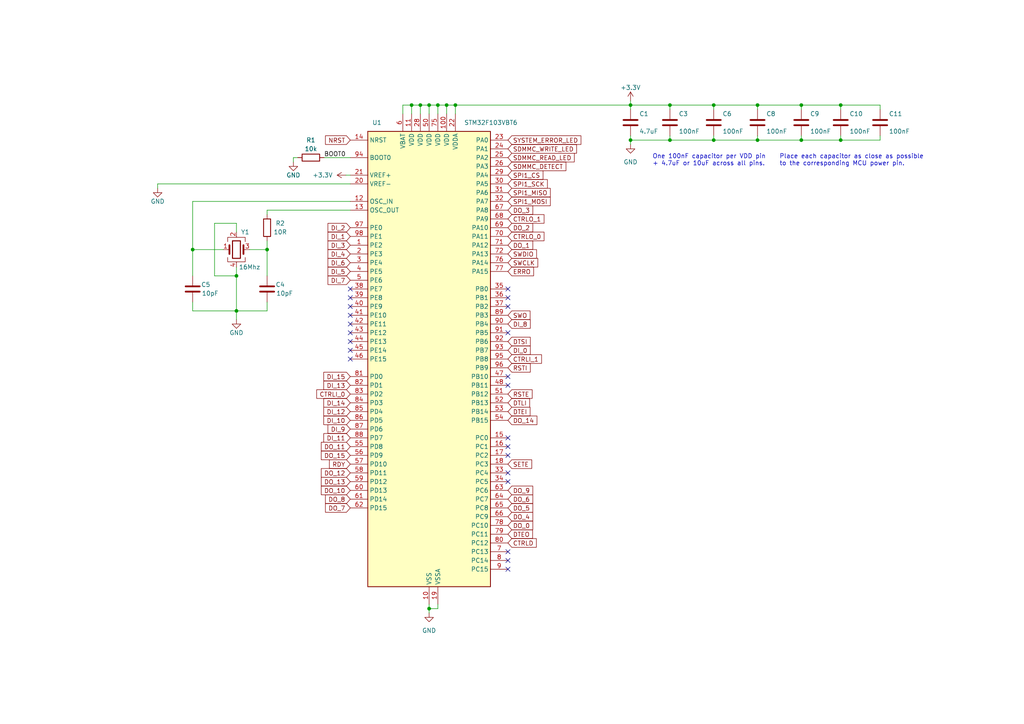
<source format=kicad_sch>
(kicad_sch (version 20230121) (generator eeschema)
  (paper "A4")
  (title_block (title "MCU") (date "2023-02-16") (rev "1") (company "Artem Korobko"))
  (lib_symbols
    (symbol "Device:C" (pin_numbers hide) (pin_names (offset 0.254))
      (property "Reference" "C" (at 0.635 2.54 0))
      (property "Value" "C" (at 0.635 -2.54 0))
      (symbol "C_0_1"
        (polyline (pts (xy -2.032 -0.762) (xy 2.032 -0.762)) (stroke (width 0.508)))
        (polyline (pts (xy -2.032 0.762) (xy 2.032 0.762)) (stroke (width 0.508)))
      )
      (symbol "C_1_1"
        (pin passive line (at 0 3.81 270) (length 2.794) (name "~") (number "1"))
        (pin passive line (at 0 -3.81 90) (length 2.794) (name "~") (number "2"))
      )
    )
    (symbol "Device:Crystal_GND24" (pin_names (offset 1.016) hide)
      (property "Reference" "Y" (at 3.175 5.08 0))
      (property "Value" "Crystal_GND24" (at 3.175 3.175 0))
      (symbol "Crystal_GND24_0_1"
        (rectangle (start -1.143 2.54) (end 1.143 -2.54) (stroke (width 0.3048)))
        (polyline (pts (xy -2.54 0) (xy -2.032 0)))
        (polyline (pts (xy -2.032 -1.27) (xy -2.032 1.27)) (stroke (width 0.508)))
        (polyline (pts (xy 0 -3.81) (xy 0 -3.556)))
        (polyline (pts (xy 0 3.556) (xy 0 3.81)))
        (polyline (pts (xy 2.032 -1.27) (xy 2.032 1.27)) (stroke (width 0.508)))
        (polyline (pts (xy 2.032 0) (xy 2.54 0)))
        (polyline (pts (xy -2.54 -2.286) (xy -2.54 -3.556) (xy 2.54 -3.556) (xy 2.54 -2.286)))
        (polyline (pts (xy -2.54 2.286) (xy -2.54 3.556) (xy 2.54 3.556) (xy 2.54 2.286)))
      )
      (symbol "Crystal_GND24_1_1"
        (pin passive line (at -3.81 0 0) (length 1.27) (name "1") (number "1"))
        (pin passive line (at 0 5.08 270) (length 1.27) (name "2") (number "2"))
        (pin passive line (at 3.81 0 180) (length 1.27) (name "3") (number "3"))
        (pin passive line (at 0 -5.08 90) (length 1.27) (name "4") (number "4"))
      )
    )
    (symbol "Device:R" (pin_numbers hide) (pin_names (offset 0))
      (property "Reference" "R" (at 2.032 0 90))
      (property "Value" "R" (at 0 0 90))
      (symbol "R_0_1"
        (rectangle (start -1.016 -2.54) (end 1.016 2.54) (stroke (width 0.254)))
      )
      (symbol "R_1_1"
        (pin passive line (at 0 3.81 270) (length 1.27) (name "~") (number "1"))
        (pin passive line (at 0 -3.81 90) (length 1.27) (name "~") (number "2"))
      )
    )
    (symbol "MCU_ST_STM32F1:STM32F103VBTx"
      (property "Reference" "U" (at -17.78 67.31 0))
      (property "Value" "STM32F103VBTx" (at 10.16 67.31 0))
      (symbol "STM32F103VBTx_0_1"
        (rectangle (start -17.78 -66.04) (end 17.78 66.04) (stroke (width 0.254)) (fill (type background)))
      )
      (symbol "STM32F103VBTx_1_1"
        (pin bidirectional line (at -22.86 33.02 0) (length 5.08) (name "PE2") (number "1"))
        (pin power_in line (at 0 -71.12 90) (length 5.08) (name "VSS") (number "10"))
        (pin power_in line (at 5.08 71.12 270) (length 5.08) (name "VDD") (number "100"))
        (pin power_in line (at -5.08 71.12 270) (length 5.08) (name "VDD") (number "11"))
        (pin input line (at -22.86 45.72 0) (length 5.08) (name "OSC_IN") (number "12"))
        (pin input line (at -22.86 43.18 0) (length 5.08) (name "OSC_OUT") (number "13"))
        (pin input line (at -22.86 63.5 0) (length 5.08) (name "NRST") (number "14"))
        (pin bidirectional line (at 22.86 -22.86 180) (length 5.08) (name "PC0") (number "15"))
        (pin bidirectional line (at 22.86 -25.4 180) (length 5.08) (name "PC1") (number "16"))
        (pin bidirectional line (at 22.86 -27.94 180) (length 5.08) (name "PC2") (number "17"))
        (pin bidirectional line (at 22.86 -30.48 180) (length 5.08) (name "PC3") (number "18"))
        (pin power_in line (at 2.54 -71.12 90) (length 5.08) (name "VSSA") (number "19"))
        (pin bidirectional line (at -22.86 30.48 0) (length 5.08) (name "PE3") (number "2"))
        (pin input line (at -22.86 50.8 0) (length 5.08) (name "VREF-") (number "20"))
        (pin input line (at -22.86 53.34 0) (length 5.08) (name "VREF+") (number "21"))
        (pin power_in line (at 7.62 71.12 270) (length 5.08) (name "VDDA") (number "22"))
        (pin bidirectional line (at 22.86 63.5 180) (length 5.08) (name "PA0") (number "23"))
        (pin bidirectional line (at 22.86 60.96 180) (length 5.08) (name "PA1") (number "24"))
        (pin bidirectional line (at 22.86 58.42 180) (length 5.08) (name "PA2") (number "25"))
        (pin bidirectional line (at 22.86 55.88 180) (length 5.08) (name "PA3") (number "26"))
        (pin passive line (at 0 -71.12 90) (length 5.08) hide (name "VSS") (number "27"))
        (pin power_in line (at -2.54 71.12 270) (length 5.08) (name "VDD") (number "28"))
        (pin bidirectional line (at 22.86 53.34 180) (length 5.08) (name "PA4") (number "29"))
        (pin bidirectional line (at -22.86 27.94 0) (length 5.08) (name "PE4") (number "3"))
        (pin bidirectional line (at 22.86 50.8 180) (length 5.08) (name "PA5") (number "30"))
        (pin bidirectional line (at 22.86 48.26 180) (length 5.08) (name "PA6") (number "31"))
        (pin bidirectional line (at 22.86 45.72 180) (length 5.08) (name "PA7") (number "32"))
        (pin bidirectional line (at 22.86 -33.02 180) (length 5.08) (name "PC4") (number "33"))
        (pin bidirectional line (at 22.86 -35.56 180) (length 5.08) (name "PC5") (number "34"))
        (pin bidirectional line (at 22.86 20.32 180) (length 5.08) (name "PB0") (number "35"))
        (pin bidirectional line (at 22.86 17.78 180) (length 5.08) (name "PB1") (number "36"))
        (pin bidirectional line (at 22.86 15.24 180) (length 5.08) (name "PB2") (number "37"))
        (pin bidirectional line (at -22.86 20.32 0) (length 5.08) (name "PE7") (number "38"))
        (pin bidirectional line (at -22.86 17.78 0) (length 5.08) (name "PE8") (number "39"))
        (pin bidirectional line (at -22.86 25.4 0) (length 5.08) (name "PE5") (number "4"))
        (pin bidirectional line (at -22.86 15.24 0) (length 5.08) (name "PE9") (number "40"))
        (pin bidirectional line (at -22.86 12.7 0) (length 5.08) (name "PE10") (number "41"))
        (pin bidirectional line (at -22.86 10.16 0) (length 5.08) (name "PE11") (number "42"))
        (pin bidirectional line (at -22.86 7.62 0) (length 5.08) (name "PE12") (number "43"))
        (pin bidirectional line (at -22.86 5.08 0) (length 5.08) (name "PE13") (number "44"))
        (pin bidirectional line (at -22.86 2.54 0) (length 5.08) (name "PE14") (number "45"))
        (pin bidirectional line (at -22.86 0 0) (length 5.08) (name "PE15") (number "46"))
        (pin bidirectional line (at 22.86 -5.08 180) (length 5.08) (name "PB10") (number "47"))
        (pin bidirectional line (at 22.86 -7.62 180) (length 5.08) (name "PB11") (number "48"))
        (pin passive line (at 0 -71.12 90) (length 5.08) hide (name "VSS") (number "49"))
        (pin bidirectional line (at -22.86 22.86 0) (length 5.08) (name "PE6") (number "5"))
        (pin power_in line (at 0 71.12 270) (length 5.08) (name "VDD") (number "50"))
        (pin bidirectional line (at 22.86 -10.16 180) (length 5.08) (name "PB12") (number "51"))
        (pin bidirectional line (at 22.86 -12.7 180) (length 5.08) (name "PB13") (number "52"))
        (pin bidirectional line (at 22.86 -15.24 180) (length 5.08) (name "PB14") (number "53"))
        (pin bidirectional line (at 22.86 -17.78 180) (length 5.08) (name "PB15") (number "54"))
        (pin bidirectional line (at -22.86 -25.4 0) (length 5.08) (name "PD8") (number "55"))
        (pin bidirectional line (at -22.86 -27.94 0) (length 5.08) (name "PD9") (number "56"))
        (pin bidirectional line (at -22.86 -30.48 0) (length 5.08) (name "PD10") (number "57"))
        (pin bidirectional line (at -22.86 -33.02 0) (length 5.08) (name "PD11") (number "58"))
        (pin bidirectional line (at -22.86 -35.56 0) (length 5.08) (name "PD12") (number "59"))
        (pin power_in line (at -7.62 71.12 270) (length 5.08) (name "VBAT") (number "6"))
        (pin bidirectional line (at -22.86 -38.1 0) (length 5.08) (name "PD13") (number "60"))
        (pin bidirectional line (at -22.86 -40.64 0) (length 5.08) (name "PD14") (number "61"))
        (pin bidirectional line (at -22.86 -43.18 0) (length 5.08) (name "PD15") (number "62"))
        (pin bidirectional line (at 22.86 -38.1 180) (length 5.08) (name "PC6") (number "63"))
        (pin bidirectional line (at 22.86 -40.64 180) (length 5.08) (name "PC7") (number "64"))
        (pin bidirectional line (at 22.86 -43.18 180) (length 5.08) (name "PC8") (number "65"))
        (pin bidirectional line (at 22.86 -45.72 180) (length 5.08) (name "PC9") (number "66"))
        (pin bidirectional line (at 22.86 43.18 180) (length 5.08) (name "PA8") (number "67"))
        (pin bidirectional line (at 22.86 40.64 180) (length 5.08) (name "PA9") (number "68"))
        (pin bidirectional line (at 22.86 38.1 180) (length 5.08) (name "PA10") (number "69"))
        (pin bidirectional line (at 22.86 -55.88 180) (length 5.08) (name "PC13") (number "7"))
        (pin bidirectional line (at 22.86 35.56 180) (length 5.08) (name "PA11") (number "70"))
        (pin bidirectional line (at 22.86 33.02 180) (length 5.08) (name "PA12") (number "71"))
        (pin bidirectional line (at 22.86 30.48 180) (length 5.08) (name "PA13") (number "72"))
        (pin no_connect line (at -17.78 -66.04 0) (length 5.08) hide (name "NC") (number "73"))
        (pin passive line (at 0 -71.12 90) (length 5.08) hide (name "VSS") (number "74"))
        (pin power_in line (at 2.54 71.12 270) (length 5.08) (name "VDD") (number "75"))
        (pin bidirectional line (at 22.86 27.94 180) (length 5.08) (name "PA14") (number "76"))
        (pin bidirectional line (at 22.86 25.4 180) (length 5.08) (name "PA15") (number "77"))
        (pin bidirectional line (at 22.86 -48.26 180) (length 5.08) (name "PC10") (number "78"))
        (pin bidirectional line (at 22.86 -50.8 180) (length 5.08) (name "PC11") (number "79"))
        (pin bidirectional line (at 22.86 -58.42 180) (length 5.08) (name "PC14") (number "8"))
        (pin bidirectional line (at 22.86 -53.34 180) (length 5.08) (name "PC12") (number "80"))
        (pin bidirectional line (at -22.86 -5.08 0) (length 5.08) (name "PD0") (number "81"))
        (pin bidirectional line (at -22.86 -7.62 0) (length 5.08) (name "PD1") (number "82"))
        (pin bidirectional line (at -22.86 -10.16 0) (length 5.08) (name "PD2") (number "83"))
        (pin bidirectional line (at -22.86 -12.7 0) (length 5.08) (name "PD3") (number "84"))
        (pin bidirectional line (at -22.86 -15.24 0) (length 5.08) (name "PD4") (number "85"))
        (pin bidirectional line (at -22.86 -17.78 0) (length 5.08) (name "PD5") (number "86"))
        (pin bidirectional line (at -22.86 -20.32 0) (length 5.08) (name "PD6") (number "87"))
        (pin bidirectional line (at -22.86 -22.86 0) (length 5.08) (name "PD7") (number "88"))
        (pin bidirectional line (at 22.86 12.7 180) (length 5.08) (name "PB3") (number "89"))
        (pin bidirectional line (at 22.86 -60.96 180) (length 5.08) (name "PC15") (number "9"))
        (pin bidirectional line (at 22.86 10.16 180) (length 5.08) (name "PB4") (number "90"))
        (pin bidirectional line (at 22.86 7.62 180) (length 5.08) (name "PB5") (number "91"))
        (pin bidirectional line (at 22.86 5.08 180) (length 5.08) (name "PB6") (number "92"))
        (pin bidirectional line (at 22.86 2.54 180) (length 5.08) (name "PB7") (number "93"))
        (pin input line (at -22.86 58.42 0) (length 5.08) (name "BOOT0") (number "94"))
        (pin bidirectional line (at 22.86 0 180) (length 5.08) (name "PB8") (number "95"))
        (pin bidirectional line (at 22.86 -2.54 180) (length 5.08) (name "PB9") (number "96"))
        (pin bidirectional line (at -22.86 38.1 0) (length 5.08) (name "PE0") (number "97"))
        (pin bidirectional line (at -22.86 35.56 0) (length 5.08) (name "PE1") (number "98"))
        (pin passive line (at 0 -71.12 90) (length 5.08) hide (name "VSS") (number "99"))
      )
    )
    (symbol "power:+3.3V" (power) (pin_names (offset 0))
      (property "Value" "+3.3V" (at 0 3.556 0))
      (symbol "+3.3V_0_1"
        (polyline (pts (xy -0.762 1.27) (xy 0 2.54)))
        (polyline (pts (xy 0 0) (xy 0 2.54)))
        (polyline (pts (xy 0 2.54) (xy 0.762 1.27)))
      )
      (symbol "+3.3V_1_1"
        (pin power_in line (at 0 0 90) (length 0) hide (name "+3.3V") (number "1"))
      )
    )
    (symbol "power:GND" (power) (pin_names (offset 0))
      (property "Value" "GND" (at 0 -3.81 0))
      (symbol "GND_0_1"
        (polyline (pts (xy 0 0) (xy 0 -1.27) (xy 1.27 -1.27) (xy 0 -2.54) (xy -1.27 -1.27) (xy 0 -1.27)))
      )
      (symbol "GND_1_1"
        (pin power_in line (at 0 0 270) (length 0) hide (name "GND") (number "1"))
      )
    )
  )
  (junction (at 194.31 30.48))
  (junction (at 129.54 30.48))
  (junction (at 124.46 30.48))
  (junction (at 243.84 30.48))
  (junction (at 243.84 40.64))
  (junction (at 68.58 90.17))
  (junction (at 68.58 80.01))
  (junction (at 232.41 30.48))
  (junction (at 194.31 40.64))
  (junction (at 219.71 30.48))
  (junction (at 127 30.48))
  (junction (at 132.08 30.48))
  (junction (at 182.88 40.64))
  (junction (at 207.01 40.64))
  (junction (at 232.41 40.64))
  (junction (at 55.88 72.39))
  (junction (at 124.46 176.53))
  (junction (at 207.01 30.48))
  (junction (at 77.47 72.39))
  (junction (at 121.92 30.48))
  (junction (at 182.88 30.48))
  (junction (at 119.38 30.48))
  (junction (at 219.71 40.64))
  (no_connect (at 147.32 109.22))
  (no_connect (at 147.32 96.52))
  (no_connect (at 147.32 86.36))
  (no_connect (at 147.32 88.9))
  (no_connect (at 147.32 165.1))
  (no_connect (at 101.6 99.06))
  (no_connect (at 101.6 104.14))
  (no_connect (at 147.32 111.76))
  (no_connect (at 147.32 139.7))
  (no_connect (at 147.32 83.82))
  (no_connect (at 101.6 88.9))
  (no_connect (at 101.6 91.44))
  (no_connect (at 147.32 127))
  (no_connect (at 147.32 132.08))
  (no_connect (at 147.32 129.54))
  (no_connect (at 101.6 83.82))
  (no_connect (at 101.6 101.6))
  (no_connect (at 101.6 86.36))
  (no_connect (at 101.6 96.52))
  (no_connect (at 101.6 93.98))
  (no_connect (at 147.32 137.16))
  (no_connect (at 147.32 162.56))
  (no_connect (at 147.32 160.02))
  (wire (pts (xy 55.88 87.63) (xy 55.88 90.17)))
  (wire (pts (xy 219.71 39.37) (xy 219.71 40.64)))
  (wire (pts (xy 255.27 39.37) (xy 255.27 40.64)))
  (wire (pts (xy 77.47 87.63) (xy 77.47 90.17)))
  (wire (pts (xy 243.84 30.48) (xy 255.27 30.48)))
  (wire (pts (xy 119.38 30.48) (xy 119.38 33.02)))
  (wire (pts (xy 243.84 31.75) (xy 243.84 30.48)))
  (wire (pts (xy 77.47 69.85) (xy 77.47 72.39)))
  (wire (pts (xy 243.84 39.37) (xy 243.84 40.64)))
  (wire (pts (xy 127 30.48) (xy 127 33.02)))
  (wire (pts (xy 182.88 39.37) (xy 182.88 40.64)))
  (wire (pts (xy 124.46 30.48) (xy 124.46 33.02)))
  (wire (pts (xy 182.88 29.21) (xy 182.88 30.48)))
  (wire (pts (xy 68.58 90.17) (xy 77.47 90.17)))
  (wire (pts (xy 182.88 30.48) (xy 194.31 30.48)))
  (wire (pts (xy 127 30.48) (xy 129.54 30.48)))
  (wire (pts (xy 219.71 30.48) (xy 219.71 31.75)))
  (wire (pts (xy 68.58 80.01) (xy 68.58 90.17)))
  (wire (pts (xy 182.88 40.64) (xy 182.88 41.91)))
  (wire (pts (xy 55.88 72.39) (xy 64.77 72.39)))
  (wire (pts (xy 255.27 30.48) (xy 255.27 31.75)))
  (wire (pts (xy 132.08 30.48) (xy 182.88 30.48)))
  (wire (pts (xy 194.31 39.37) (xy 194.31 40.64)))
  (wire (pts (xy 45.72 53.34) (xy 45.72 54.61)))
  (wire (pts (xy 85.09 45.72) (xy 85.09 46.99)))
  (wire (pts (xy 68.58 90.17) (xy 68.58 92.71)))
  (wire (pts (xy 77.47 60.96) (xy 101.6 60.96)))
  (wire (pts (xy 132.08 30.48) (xy 129.54 30.48)))
  (wire (pts (xy 124.46 30.48) (xy 127 30.48)))
  (wire (pts (xy 86.36 45.72) (xy 85.09 45.72)))
  (wire (pts (xy 232.41 39.37) (xy 232.41 40.64)))
  (wire (pts (xy 62.23 80.01) (xy 68.58 80.01)))
  (wire (pts (xy 207.01 39.37) (xy 207.01 40.64)))
  (wire (pts (xy 93.98 45.72) (xy 101.6 45.72)))
  (wire (pts (xy 132.08 33.02) (xy 132.08 30.48)))
  (wire (pts (xy 116.84 30.48) (xy 116.84 33.02)))
  (wire (pts (xy 116.84 30.48) (xy 119.38 30.48)))
  (wire (pts (xy 72.39 72.39) (xy 77.47 72.39)))
  (wire (pts (xy 101.6 58.42) (xy 55.88 58.42)))
  (wire (pts (xy 119.38 30.48) (xy 121.92 30.48)))
  (wire (pts (xy 68.58 64.77) (xy 68.58 67.31)))
  (wire (pts (xy 124.46 175.26) (xy 124.46 176.53)))
  (wire (pts (xy 243.84 40.64) (xy 255.27 40.64)))
  (wire (pts (xy 101.6 53.34) (xy 45.72 53.34)))
  (wire (pts (xy 182.88 30.48) (xy 182.88 31.75)))
  (wire (pts (xy 55.88 58.42) (xy 55.88 72.39)))
  (wire (pts (xy 55.88 72.39) (xy 55.88 80.01)))
  (wire (pts (xy 219.71 30.48) (xy 207.01 30.48)))
  (wire (pts (xy 129.54 33.02) (xy 129.54 30.48)))
  (wire (pts (xy 232.41 30.48) (xy 243.84 30.48)))
  (wire (pts (xy 207.01 40.64) (xy 219.71 40.64)))
  (wire (pts (xy 121.92 30.48) (xy 121.92 33.02)))
  (wire (pts (xy 219.71 40.64) (xy 232.41 40.64)))
  (wire (pts (xy 68.58 77.47) (xy 68.58 80.01)))
  (wire (pts (xy 62.23 64.77) (xy 62.23 80.01)))
  (wire (pts (xy 127 175.26) (xy 127 176.53)))
  (wire (pts (xy 232.41 40.64) (xy 243.84 40.64)))
  (wire (pts (xy 207.01 30.48) (xy 194.31 30.48)))
  (wire (pts (xy 194.31 30.48) (xy 194.31 31.75)))
  (wire (pts (xy 182.88 40.64) (xy 194.31 40.64)))
  (wire (pts (xy 77.47 72.39) (xy 77.47 80.01)))
  (wire (pts (xy 121.92 30.48) (xy 124.46 30.48)))
  (wire (pts (xy 55.88 90.17) (xy 68.58 90.17)))
  (wire (pts (xy 207.01 30.48) (xy 207.01 31.75)))
  (wire (pts (xy 232.41 30.48) (xy 219.71 30.48)))
  (wire (pts (xy 62.23 64.77) (xy 68.58 64.77)))
  (wire (pts (xy 124.46 176.53) (xy 127 176.53)))
  (wire (pts (xy 77.47 60.96) (xy 77.47 62.23)))
  (wire (pts (xy 232.41 30.48) (xy 232.41 31.75)))
  (wire (pts (xy 101.6 50.8) (xy 100.33 50.8)))
  (wire (pts (xy 124.46 176.53) (xy 124.46 177.8)))
  (wire (pts (xy 194.31 40.64) (xy 207.01 40.64)))
  (text "One 100nF capacitor per VDD pin\n+ 4.7uF or 10uF across all pins." (at 189.23 48.26 0) (effects (font (size 1.27 1.27)) (justify left bottom)))
  (text "Place each capacitor as close as possible\nto the corresponding MCU power pin." (at 226.06 48.26 0) (effects (font (size 1.27 1.27)) (justify left bottom)))
  (label "BOOT0" (at 93.98 45.72 0))
  (global_label "DO_13" (shape input) (at 101.6 139.7 180) (property "Intersheetrefs" "${INTERSHEET_REFS}" (effects hide)))
  (global_label "SPI1_MOSI" (shape input) (at 147.32 58.42 0) (property "Intersheetrefs" "${INTERSHEET_REFS}" (effects hide)))
  (global_label "DO_9" (shape input) (at 147.32 142.24 0) (property "Intersheetrefs" "${INTERSHEET_REFS}" (effects hide)))
  (global_label "DTSI" (shape input) (at 147.32 99.06 0) (property "Intersheetrefs" "${INTERSHEET_REFS}" (effects hide)))
  (global_label "DI_7" (shape input) (at 101.6 81.28 180) (property "Intersheetrefs" "${INTERSHEET_REFS}" (effects hide)))
  (global_label "CTRLO_1" (shape input) (at 147.32 63.5 0) (property "Intersheetrefs" "${INTERSHEET_REFS}" (effects hide)))
  (global_label "DTEO" (shape input) (at 147.32 154.94 0) (property "Intersheetrefs" "${INTERSHEET_REFS}" (effects hide)))
  (global_label "DI_4" (shape input) (at 101.6 73.66 180) (property "Intersheetrefs" "${INTERSHEET_REFS}" (effects hide)))
  (global_label "DO_3" (shape input) (at 147.32 60.96 0) (property "Intersheetrefs" "${INTERSHEET_REFS}" (effects hide)))
  (global_label "CTRLI_1" (shape input) (at 147.32 104.14 0) (property "Intersheetrefs" "${INTERSHEET_REFS}" (effects hide)))
  (global_label "CTRLI_0" (shape input) (at 101.6 114.3 180) (property "Intersheetrefs" "${INTERSHEET_REFS}" (effects hide)))
  (global_label "DI_15" (shape input) (at 101.6 109.22 180) (property "Intersheetrefs" "${INTERSHEET_REFS}" (effects hide)))
  (global_label "DO_15" (shape input) (at 101.6 132.08 180) (property "Intersheetrefs" "${INTERSHEET_REFS}" (effects hide)))
  (global_label "DI_5" (shape input) (at 101.6 78.74 180) (property "Intersheetrefs" "${INTERSHEET_REFS}" (effects hide)))
  (global_label "NRST" (shape input) (at 101.6 40.64 180) (property "Intersheetrefs" "${INTERSHEET_REFS}" (effects hide)))
  (global_label "DI_1" (shape input) (at 101.6 68.58 180) (property "Intersheetrefs" "${INTERSHEET_REFS}" (effects hide)))
  (global_label "SDMMC_WRITE_LED" (shape input) (at 147.32 43.18 0) (property "Intersheetrefs" "${INTERSHEET_REFS}" (effects hide)))
  (global_label "DI_13" (shape input) (at 101.6 111.76 180) (property "Intersheetrefs" "${INTERSHEET_REFS}" (effects hide)))
  (global_label "SWO" (shape input) (at 147.32 91.44 0) (property "Intersheetrefs" "${INTERSHEET_REFS}" (effects hide)))
  (global_label "SWDIO" (shape input) (at 147.32 73.66 0) (property "Intersheetrefs" "${INTERSHEET_REFS}" (effects hide)))
  (global_label "DI_6" (shape input) (at 101.6 76.2 180) (property "Intersheetrefs" "${INTERSHEET_REFS}" (effects hide)))
  (global_label "SDMMC_READ_LED" (shape input) (at 147.32 45.72 0) (property "Intersheetrefs" "${INTERSHEET_REFS}" (effects hide)))
  (global_label "SETE" (shape input) (at 147.32 134.62 0) (property "Intersheetrefs" "${INTERSHEET_REFS}" (effects hide)))
  (global_label "DI_2" (shape input) (at 101.6 66.04 180) (property "Intersheetrefs" "${INTERSHEET_REFS}" (effects hide)))
  (global_label "DO_11" (shape input) (at 101.6 129.54 180) (property "Intersheetrefs" "${INTERSHEET_REFS}" (effects hide)))
  (global_label "DTLI" (shape input) (at 147.32 116.84 0) (property "Intersheetrefs" "${INTERSHEET_REFS}" (effects hide)))
  (global_label "RDY" (shape input) (at 101.6 134.62 180) (property "Intersheetrefs" "${INTERSHEET_REFS}" (effects hide)))
  (global_label "SDMMC_DETECT" (shape input) (at 147.32 48.26 0) (property "Intersheetrefs" "${INTERSHEET_REFS}" (effects hide)))
  (global_label "DTEI" (shape input) (at 147.32 119.38 0) (property "Intersheetrefs" "${INTERSHEET_REFS}" (effects hide)))
  (global_label "DO_12" (shape input) (at 101.6 137.16 180) (property "Intersheetrefs" "${INTERSHEET_REFS}" (effects hide)))
  (global_label "DO_7" (shape input) (at 101.6 147.32 180) (property "Intersheetrefs" "${INTERSHEET_REFS}" (effects hide)))
  (global_label "CTRLD" (shape input) (at 147.32 157.48 0) (property "Intersheetrefs" "${INTERSHEET_REFS}" (effects hide)))
  (global_label "DI_3" (shape input) (at 101.6 71.12 180) (property "Intersheetrefs" "${INTERSHEET_REFS}" (effects hide)))
  (global_label "RSTE" (shape input) (at 147.32 114.3 0) (property "Intersheetrefs" "${INTERSHEET_REFS}" (effects hide)))
  (global_label "DI_9" (shape input) (at 101.6 124.46 180) (property "Intersheetrefs" "${INTERSHEET_REFS}" (effects hide)))
  (global_label "RSTI" (shape input) (at 147.32 106.68 0) (property "Intersheetrefs" "${INTERSHEET_REFS}" (effects hide)))
  (global_label "DI_8" (shape input) (at 147.32 93.98 0) (property "Intersheetrefs" "${INTERSHEET_REFS}" (effects hide)))
  (global_label "SYSTEM_ERROR_LED" (shape input) (at 147.32 40.64 0) (property "Intersheetrefs" "${INTERSHEET_REFS}" (effects hide)))
  (global_label "SPI1_SCK" (shape input) (at 147.32 53.34 0) (property "Intersheetrefs" "${INTERSHEET_REFS}" (effects hide)))
  (global_label "ERRO" (shape input) (at 147.32 78.74 0) (property "Intersheetrefs" "${INTERSHEET_REFS}" (effects hide)))
  (global_label "DO_1" (shape input) (at 147.32 71.12 0) (property "Intersheetrefs" "${INTERSHEET_REFS}" (effects hide)))
  (global_label "DO_5" (shape input) (at 147.32 147.32 0) (property "Intersheetrefs" "${INTERSHEET_REFS}" (effects hide)))
  (global_label "DO_4" (shape input) (at 147.32 149.86 0) (property "Intersheetrefs" "${INTERSHEET_REFS}" (effects hide)))
  (global_label "CTRLO_0" (shape input) (at 147.32 68.58 0) (property "Intersheetrefs" "${INTERSHEET_REFS}" (effects hide)))
  (global_label "DO_10" (shape input) (at 101.6 142.24 180) (property "Intersheetrefs" "${INTERSHEET_REFS}" (effects hide)))
  (global_label "DI_0" (shape input) (at 147.32 101.6 0) (property "Intersheetrefs" "${INTERSHEET_REFS}" (effects hide)))
  (global_label "DI_10" (shape input) (at 101.6 121.92 180) (property "Intersheetrefs" "${INTERSHEET_REFS}" (effects hide)))
  (global_label "SWCLK" (shape input) (at 147.32 76.2 0) (property "Intersheetrefs" "${INTERSHEET_REFS}" (effects hide)))
  (global_label "DO_6" (shape input) (at 147.32 144.78 0) (property "Intersheetrefs" "${INTERSHEET_REFS}" (effects hide)))
  (global_label "SPI1_MISO" (shape input) (at 147.32 55.88 0) (property "Intersheetrefs" "${INTERSHEET_REFS}" (effects hide)))
  (global_label "DI_14" (shape input) (at 101.6 116.84 180) (property "Intersheetrefs" "${INTERSHEET_REFS}" (effects hide)))
  (global_label "DI_11" (shape input) (at 101.6 127 180) (property "Intersheetrefs" "${INTERSHEET_REFS}" (effects hide)))
  (global_label "SPI1_CS" (shape input) (at 147.32 50.8 0) (property "Intersheetrefs" "${INTERSHEET_REFS}" (effects hide)))
  (global_label "DO_0" (shape input) (at 147.32 152.4 0) (property "Intersheetrefs" "${INTERSHEET_REFS}" (effects hide)))
  (global_label "DI_12" (shape input) (at 101.6 119.38 180) (property "Intersheetrefs" "${INTERSHEET_REFS}" (effects hide)))
  (global_label "DO_2" (shape input) (at 147.32 66.04 0) (property "Intersheetrefs" "${INTERSHEET_REFS}" (effects hide)))
  (global_label "DO_14" (shape input) (at 147.32 121.92 0) (property "Intersheetrefs" "${INTERSHEET_REFS}" (effects hide)))
  (global_label "DO_8" (shape input) (at 101.6 144.78 180) (property "Intersheetrefs" "${INTERSHEET_REFS}" (effects hide)))
  (symbol (lib_id "power:+3.3V") (at 100.33 50.8 90) (unit 1)
    (property "Reference" "#PWR03" (effects hide))
    (property "Value" "+3.3V" (at 96.52 50.8 90) (effects (justify left)))
  )
  (symbol (lib_id "power:GND") (at 85.09 46.99 0) (unit 1)
    (property "Reference" "#PWR01" (effects hide))
    (property "Value" "GND" (at 85.09 50.8 0))
  )
  (symbol (lib_id "Device:C") (at 182.88 35.56 0) (unit 1)
    (property "Reference" "C1" (at 185.42 33.02 0) (effects (justify left)))
    (property "Value" "4.7uF" (at 185.42 38.1 0) (effects (justify left)))
    (property "Footprint" "Capacitor_SMD:C_0603_1608Metric" (effects hide))
  )
  (symbol (lib_id "Device:C") (at 77.47 83.82 0) (mirror y) (unit 1)
    (property "Reference" "C4" (at 81.28 82.55 0))
    (property "Value" "10pF" (at 82.55 85.09 0))
    (property "Footprint" "Capacitor_SMD:C_0603_1608Metric" (effects hide))
  )
  (symbol (lib_id "power:GND") (at 45.72 54.61 0) (unit 1)
    (property "Reference" "#PWR02" (effects hide))
    (property "Value" "GND" (at 45.72 58.42 0))
  )
  (symbol (lib_id "Device:Crystal_GND24") (at 68.58 72.39 0) (unit 1)
    (property "Reference" "Y1" (at 71.12 67.31 0))
    (property "Value" "16Mhz" (at 72.39 77.47 0))
    (property "Footprint" "Crystal:Crystal_SMD_3225-4Pin_3.2x2.5mm" (effects hide))
  )
  (symbol (lib_id "Device:C") (at 243.84 35.56 0) (unit 1)
    (property "Reference" "C10" (at 246.38 33.02 0) (effects (justify left)))
    (property "Value" "100nF" (at 246.38 38.1 0) (effects (justify left)))
    (property "Footprint" "Capacitor_SMD:C_0603_1608Metric" (effects hide))
  )
  (symbol (lib_id "Device:C") (at 232.41 35.56 0) (unit 1)
    (property "Reference" "C9" (at 234.95 33.02 0) (effects (justify left)))
    (property "Value" "100nF" (at 234.95 38.1 0) (effects (justify left)))
    (property "Footprint" "Capacitor_SMD:C_0603_1608Metric" (effects hide))
  )
  (symbol (lib_id "power:+3.3V") (at 182.88 29.21 0) (unit 1)
    (property "Reference" "#PWR07" (effects hide))
    (property "Value" "+3.3V" (at 182.88 25.4 0))
  )
  (symbol (lib_id "power:GND") (at 182.88 41.91 0) (unit 1)
    (property "Reference" "#PWR08" (effects hide))
    (property "Value" "GND" (at 182.88 46.99 0))
  )
  (symbol (lib_id "MCU_ST_STM32F1:STM32F103VBTx") (at 124.46 104.14 0) (unit 1)
    (property "Reference" "U1" (at 107.95 35.56 0) (effects (justify left)))
    (property "Value" "STM32F103VBT6" (at 134.62 35.56 0) (effects (justify left)))
    (property "Footprint" "Package_QFP:LQFP-100_14x14mm_P0.5mm" (effects hide))
    (property "Datasheet" "https://www.st.com/resource/en/datasheet/stm32f103vb.pdf" (effects hide))
  )
  (symbol (lib_id "Device:R") (at 77.47 66.04 180) (unit 1)
    (property "Reference" "R2" (at 81.28 64.77 0))
    (property "Value" "10R" (at 81.28 67.31 0))
    (property "Footprint" "Resistor_SMD:R_0603_1608Metric" (effects hide))
  )
  (symbol (lib_id "Device:C") (at 255.27 35.56 0) (unit 1)
    (property "Reference" "C11" (at 257.81 33.02 0) (effects (justify left)))
    (property "Value" "100nF" (at 257.81 38.1 0) (effects (justify left)))
    (property "Footprint" "Capacitor_SMD:C_0603_1608Metric" (effects hide))
  )
  (symbol (lib_id "Device:C") (at 194.31 35.56 0) (unit 1)
    (property "Reference" "C3" (at 196.85 33.02 0) (effects (justify left)))
    (property "Value" "100nF" (at 196.85 38.1 0) (effects (justify left)))
    (property "Footprint" "Capacitor_SMD:C_0603_1608Metric" (effects hide))
  )
  (symbol (lib_id "Device:C") (at 219.71 35.56 0) (unit 1)
    (property "Reference" "C8" (at 222.25 33.02 0) (effects (justify left)))
    (property "Value" "100nF" (at 222.25 38.1 0) (effects (justify left)))
    (property "Footprint" "Capacitor_SMD:C_0603_1608Metric" (effects hide))
  )
  (symbol (lib_id "Device:R") (at 90.17 45.72 90) (unit 1)
    (property "Reference" "R1" (at 90.17 40.64 90))
    (property "Value" "10k" (at 90.17 43.18 90))
    (property "Footprint" "Resistor_SMD:R_0603_1608Metric" (effects hide))
  )
  (symbol (lib_id "power:GND") (at 68.58 92.71 0) (unit 1)
    (property "Reference" "#PWR012" (effects hide))
    (property "Value" "GND" (at 68.58 96.52 0))
    (instances (project "schematics" (path "" (reference "#PWR012") (unit 1)) (path "" (reference "#PWR010") (unit 1)) (path "" (reference "#PWR010") (unit 1))))
  )
  (symbol (lib_id "power:GND") (at 124.46 177.8 0) (unit 1)
    (property "Reference" "#PWR05" (effects hide))
    (property "Value" "GND" (at 124.46 182.88 0))
  )
  (symbol (lib_id "Device:C") (at 207.01 35.56 0) (unit 1)
    (property "Reference" "C6" (at 209.55 33.02 0) (effects (justify left)))
    (property "Value" "100nF" (at 209.55 38.1 0) (effects (justify left)))
    (property "Footprint" "Capacitor_SMD:C_0603_1608Metric" (effects hide))
  )
  (symbol (lib_id "Device:C") (at 55.88 83.82 0) (unit 1)
    (property "Reference" "C5" (at 59.69 82.55 0))
    (property "Value" "10pF" (at 60.96 85.09 0))
    (property "Footprint" "Capacitor_SMD:C_0603_1608Metric" (effects hide))
  )
)
</source>
